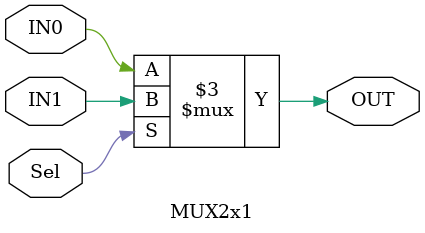
<source format=v>
module MUX2x1 
(
    input wire    IN0,IN1,
    input wire Sel,
    output reg   OUT
);

always @(*) 
begin
    if(Sel)
        OUT = IN1;
    else
        OUT = IN0;    
end
    
endmodule

</source>
